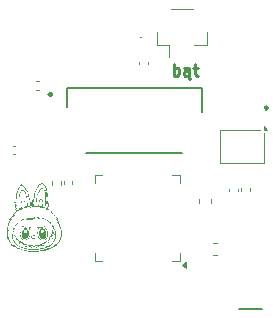
<source format=gbr>
%TF.GenerationSoftware,KiCad,Pcbnew,9.0.6-rc1*%
%TF.CreationDate,2025-12-21T23:59:12+01:00*%
%TF.ProjectId,PCB_PAPI,5043425f-5041-4504-992e-6b696361645f,rev?*%
%TF.SameCoordinates,Original*%
%TF.FileFunction,Legend,Top*%
%TF.FilePolarity,Positive*%
%FSLAX46Y46*%
G04 Gerber Fmt 4.6, Leading zero omitted, Abs format (unit mm)*
G04 Created by KiCad (PCBNEW 9.0.6-rc1) date 2025-12-21 23:59:12*
%MOMM*%
%LPD*%
G01*
G04 APERTURE LIST*
%ADD10C,0.250000*%
%ADD11C,0.120000*%
%ADD12C,0.100000*%
%ADD13C,0.200000*%
%ADD14C,0.000000*%
G04 APERTURE END LIST*
D10*
X170202568Y-68414619D02*
X170202568Y-67414619D01*
X170202568Y-67795571D02*
X170297806Y-67747952D01*
X170297806Y-67747952D02*
X170488282Y-67747952D01*
X170488282Y-67747952D02*
X170583520Y-67795571D01*
X170583520Y-67795571D02*
X170631139Y-67843190D01*
X170631139Y-67843190D02*
X170678758Y-67938428D01*
X170678758Y-67938428D02*
X170678758Y-68224142D01*
X170678758Y-68224142D02*
X170631139Y-68319380D01*
X170631139Y-68319380D02*
X170583520Y-68367000D01*
X170583520Y-68367000D02*
X170488282Y-68414619D01*
X170488282Y-68414619D02*
X170297806Y-68414619D01*
X170297806Y-68414619D02*
X170202568Y-68367000D01*
X171535901Y-68414619D02*
X171535901Y-67890809D01*
X171535901Y-67890809D02*
X171488282Y-67795571D01*
X171488282Y-67795571D02*
X171393044Y-67747952D01*
X171393044Y-67747952D02*
X171202568Y-67747952D01*
X171202568Y-67747952D02*
X171107330Y-67795571D01*
X171535901Y-68367000D02*
X171440663Y-68414619D01*
X171440663Y-68414619D02*
X171202568Y-68414619D01*
X171202568Y-68414619D02*
X171107330Y-68367000D01*
X171107330Y-68367000D02*
X171059711Y-68271761D01*
X171059711Y-68271761D02*
X171059711Y-68176523D01*
X171059711Y-68176523D02*
X171107330Y-68081285D01*
X171107330Y-68081285D02*
X171202568Y-68033666D01*
X171202568Y-68033666D02*
X171440663Y-68033666D01*
X171440663Y-68033666D02*
X171535901Y-67986047D01*
X171869235Y-67747952D02*
X172250187Y-67747952D01*
X172012092Y-67414619D02*
X172012092Y-68271761D01*
X172012092Y-68271761D02*
X172059711Y-68367000D01*
X172059711Y-68367000D02*
X172154949Y-68414619D01*
X172154949Y-68414619D02*
X172250187Y-68414619D01*
D11*
%TO.C,U5*%
X163510000Y-76870000D02*
X164160000Y-76870000D01*
X163510000Y-77520000D02*
X163510000Y-76870000D01*
X163510000Y-84090000D02*
X163510000Y-83440000D01*
X164160000Y-84090000D02*
X163510000Y-84090000D01*
X170080000Y-76870000D02*
X170730000Y-76870000D01*
X170730000Y-76870000D02*
X170730000Y-77520000D01*
X170730000Y-83440000D02*
X170730000Y-84090000D01*
X170730000Y-84090000D02*
X170080000Y-84090000D01*
X171230000Y-84720000D02*
X170900000Y-84480000D01*
X171230000Y-84240000D01*
X171230000Y-84720000D01*
G36*
X171230000Y-84720000D02*
G01*
X170900000Y-84480000D01*
X171230000Y-84240000D01*
X171230000Y-84720000D01*
G37*
%TO.C,C24*%
X156572164Y-74340000D02*
X156787836Y-74340000D01*
X156572164Y-75060000D02*
X156787836Y-75060000D01*
%TO.C,C32*%
X160890000Y-77565835D02*
X160890000Y-77334165D01*
X161610000Y-77565835D02*
X161610000Y-77334165D01*
%TO.C,L5*%
X173567221Y-82610000D02*
X173892779Y-82610000D01*
X173567221Y-83630000D02*
X173892779Y-83630000D01*
D10*
%TO.C,IC6*%
X178175000Y-71150000D02*
G75*
G02*
X177925000Y-71150000I-125000J0D01*
G01*
X177925000Y-71150000D02*
G75*
G02*
X178175000Y-71150000I125000J0D01*
G01*
D11*
%TO.C,C47*%
X175940000Y-78190835D02*
X175940000Y-77959165D01*
X176660000Y-78190835D02*
X176660000Y-77959165D01*
%TO.C,R41*%
X159920000Y-77642621D02*
X159920000Y-77307379D01*
X160680000Y-77642621D02*
X160680000Y-77307379D01*
D12*
%TO.C,LEDRED1*%
X167500000Y-65222500D02*
G75*
G02*
X167400000Y-65222500I-50000J0D01*
G01*
X167400000Y-65222500D02*
G75*
G02*
X167500000Y-65222500I50000J0D01*
G01*
D11*
%TO.C,C28*%
X167290000Y-67465835D02*
X167290000Y-67234165D01*
X168010000Y-67465835D02*
X168010000Y-67234165D01*
%TO.C,C60*%
X174915000Y-78215835D02*
X174915000Y-77984165D01*
X175635000Y-78215835D02*
X175635000Y-77984165D01*
D13*
%TO.C,J4*%
X161200000Y-69442000D02*
X161200000Y-71041000D01*
X161200000Y-69442000D02*
X172600000Y-69442000D01*
X162800000Y-74942000D02*
X170878000Y-74942000D01*
X171475000Y-68700000D02*
X171475000Y-68700000D01*
X171675000Y-68700000D02*
X171675000Y-68700000D01*
X172600000Y-69442000D02*
X172600000Y-71540000D01*
X171475000Y-68700000D02*
G75*
G02*
X171675000Y-68700000I100000J0D01*
G01*
X171675000Y-68700000D02*
G75*
G02*
X171475000Y-68700000I-100000J0D01*
G01*
D11*
%TO.C,L4*%
X172340000Y-78887221D02*
X172340000Y-79212779D01*
X173360000Y-78887221D02*
X173360000Y-79212779D01*
%TO.C,U1*%
X168765000Y-64710000D02*
X168765000Y-65860000D01*
X168765000Y-65860000D02*
X169815000Y-65860000D01*
X169815000Y-65860000D02*
X169815000Y-66850000D01*
X169935000Y-62740000D02*
X171815000Y-62740000D01*
X172985000Y-64710000D02*
X172985000Y-65860000D01*
X172985000Y-65860000D02*
X171935000Y-65860000D01*
%TO.C,C22*%
X158542164Y-68890000D02*
X158757836Y-68890000D01*
X158542164Y-69610000D02*
X158757836Y-69610000D01*
%TO.C,MK2*%
X174150000Y-73000000D02*
X177550000Y-73000000D01*
X174150000Y-75850000D02*
X174150000Y-73000000D01*
X177850000Y-73300000D02*
X177850000Y-75850000D01*
X177850000Y-75850000D02*
X174150000Y-75850000D01*
X178130000Y-73000000D02*
X177850000Y-73000000D01*
X177850000Y-72720000D01*
X178130000Y-73000000D01*
G36*
X178130000Y-73000000D02*
G01*
X177850000Y-73000000D01*
X177850000Y-72720000D01*
X178130000Y-73000000D01*
G37*
D13*
%TO.C,J2*%
X177700000Y-88200000D02*
X175700000Y-88200000D01*
D10*
%TO.C,IC3*%
X159875000Y-70025000D02*
G75*
G02*
X159625000Y-70025000I-125000J0D01*
G01*
X159625000Y-70025000D02*
G75*
G02*
X159875000Y-70025000I125000J0D01*
G01*
D14*
%TO.C,G\u002A\u002A\u002A*%
G36*
X159051945Y-77523846D02*
G01*
X159122099Y-77546624D01*
X159193657Y-77592025D01*
X159265020Y-77658702D01*
X159334590Y-77745308D01*
X159360681Y-77783870D01*
X159391582Y-77834224D01*
X159417655Y-77883471D01*
X159440034Y-77935280D01*
X159459854Y-77993322D01*
X159478249Y-78061267D01*
X159496356Y-78142786D01*
X159515309Y-78241548D01*
X159532600Y-78339859D01*
X159548615Y-78433869D01*
X159560990Y-78509245D01*
X159570173Y-78571159D01*
X159576615Y-78624785D01*
X159580764Y-78675295D01*
X159583071Y-78727863D01*
X159583984Y-78787661D01*
X159583954Y-78859863D01*
X159583575Y-78926490D01*
X159581820Y-79205133D01*
X159616789Y-79218332D01*
X159640590Y-79232706D01*
X159650834Y-79255369D01*
X159647984Y-79290433D01*
X159632503Y-79342011D01*
X159631126Y-79345879D01*
X159619373Y-79383599D01*
X159617575Y-79407990D01*
X159625175Y-79427470D01*
X159625686Y-79428296D01*
X159634102Y-79449057D01*
X159632069Y-79474362D01*
X159623060Y-79503256D01*
X159609906Y-79543358D01*
X159599587Y-79580100D01*
X159597896Y-79587387D01*
X159584827Y-79617878D01*
X159561503Y-79651178D01*
X159555025Y-79658376D01*
X159534514Y-79683389D01*
X159525273Y-79701978D01*
X159525689Y-79705884D01*
X159540369Y-79714983D01*
X159569714Y-79725674D01*
X159582820Y-79729382D01*
X159637834Y-79747825D01*
X159701337Y-79775356D01*
X159766066Y-79808199D01*
X159824757Y-79842580D01*
X159870148Y-79874725D01*
X159881246Y-79884461D01*
X159908925Y-79912233D01*
X159921546Y-79931369D01*
X159922277Y-79949084D01*
X159916938Y-79965760D01*
X159909945Y-79992052D01*
X159917612Y-80008442D01*
X159931204Y-80018673D01*
X160017015Y-80082065D01*
X160103166Y-80157940D01*
X160185416Y-80241637D01*
X160259523Y-80328493D01*
X160321245Y-80413844D01*
X160366340Y-80493029D01*
X160370061Y-80501071D01*
X160383879Y-80537286D01*
X160385930Y-80564364D01*
X160379083Y-80589150D01*
X160373076Y-80608558D01*
X160373972Y-80625034D01*
X160384426Y-80644101D01*
X160407096Y-80671282D01*
X160431261Y-80697670D01*
X160465587Y-80736776D01*
X160495343Y-80774274D01*
X160514785Y-80802869D01*
X160516421Y-80805869D01*
X160526718Y-80837509D01*
X160528089Y-80869154D01*
X160521163Y-80892728D01*
X160509065Y-80900392D01*
X160497317Y-80908193D01*
X160501685Y-80929372D01*
X160520847Y-80960587D01*
X160543815Y-80988227D01*
X160582100Y-81032985D01*
X160603992Y-81066861D01*
X160611657Y-81094433D01*
X160607262Y-81120281D01*
X160606834Y-81121429D01*
X160602990Y-81145633D01*
X160608327Y-81179346D01*
X160623805Y-81228246D01*
X160625857Y-81233941D01*
X160672507Y-81385356D01*
X160704755Y-81540586D01*
X160722313Y-81695239D01*
X160724897Y-81844921D01*
X160712218Y-81985241D01*
X160683992Y-82111806D01*
X160683248Y-82114229D01*
X160623796Y-82270173D01*
X160546999Y-82409342D01*
X160455538Y-82528780D01*
X160407315Y-82586462D01*
X160369964Y-82638757D01*
X160346916Y-82680793D01*
X160344948Y-82685794D01*
X160323565Y-82743686D01*
X160308247Y-82782461D01*
X160296663Y-82805653D01*
X160286481Y-82816795D01*
X160275370Y-82819420D01*
X160260998Y-82817061D01*
X160258664Y-82816550D01*
X160223973Y-82808348D01*
X160200581Y-82802156D01*
X160178067Y-82803692D01*
X160147032Y-82820759D01*
X160116035Y-82844780D01*
X160048669Y-82895521D01*
X159970028Y-82945999D01*
X159886074Y-82993083D01*
X159802766Y-83033641D01*
X159726064Y-83064541D01*
X159664246Y-83082198D01*
X159635817Y-83094006D01*
X159627603Y-83109485D01*
X159620961Y-83133812D01*
X159607676Y-83157894D01*
X159595654Y-83172456D01*
X159581033Y-83180319D01*
X159557444Y-83182760D01*
X159518517Y-83181054D01*
X159499179Y-83179645D01*
X159453544Y-83176609D01*
X159425931Y-83177061D01*
X159410289Y-83182488D01*
X159400567Y-83194376D01*
X159395065Y-83205214D01*
X159383787Y-83223864D01*
X159368311Y-83233214D01*
X159341153Y-83236056D01*
X159313333Y-83235727D01*
X159260986Y-83232918D01*
X159206271Y-83227882D01*
X159186708Y-83225418D01*
X159150026Y-83222696D01*
X159110817Y-83225892D01*
X159061911Y-83235995D01*
X159011577Y-83249545D01*
X158878219Y-83285521D01*
X158752723Y-83315410D01*
X158640050Y-83338110D01*
X158552979Y-83351571D01*
X158474473Y-83358452D01*
X158382121Y-83361991D01*
X158283723Y-83362273D01*
X158187078Y-83359384D01*
X158099987Y-83353409D01*
X158039348Y-83345974D01*
X157981859Y-83335374D01*
X157913304Y-83320756D01*
X157845836Y-83304760D01*
X157825991Y-83299657D01*
X157771902Y-83285772D01*
X157734220Y-83277858D01*
X157706060Y-83275477D01*
X157680539Y-83278189D01*
X157650774Y-83285553D01*
X157642386Y-83287921D01*
X157593996Y-83299382D01*
X157563018Y-83299574D01*
X157544880Y-83287232D01*
X157535008Y-83261095D01*
X157534385Y-83258103D01*
X157528246Y-83237334D01*
X157516061Y-83225378D01*
X157491291Y-83218345D01*
X157460097Y-83213910D01*
X157327794Y-83187002D01*
X157187272Y-83138585D01*
X157040043Y-83069257D01*
X156920122Y-83000182D01*
X156864768Y-82966016D01*
X156825566Y-82942966D01*
X156798166Y-82929374D01*
X156778221Y-82923578D01*
X156761382Y-82923920D01*
X156743299Y-82928737D01*
X156737748Y-82930555D01*
X156699483Y-82937326D01*
X156661118Y-82930386D01*
X156618742Y-82907984D01*
X156568447Y-82868369D01*
X156539177Y-82841626D01*
X156460393Y-82756991D01*
X156388974Y-82657973D01*
X156323137Y-82541656D01*
X156261096Y-82405126D01*
X156240641Y-82353817D01*
X156215141Y-82293703D01*
X156193634Y-82256008D01*
X156175393Y-82239459D01*
X156175245Y-82239404D01*
X156150060Y-82223376D01*
X156129600Y-82193783D01*
X156112174Y-82147158D01*
X156096086Y-82080037D01*
X156095208Y-82075690D01*
X156080575Y-81974894D01*
X156079414Y-81878331D01*
X156091783Y-81775256D01*
X156097039Y-81746997D01*
X156114661Y-81657558D01*
X156083590Y-81628748D01*
X156067214Y-81611723D01*
X156057543Y-81594001D01*
X156053986Y-81570187D01*
X156055301Y-81546564D01*
X156122174Y-81546564D01*
X156165057Y-81505713D01*
X156200667Y-81477894D01*
X156226098Y-81471978D01*
X156228224Y-81472645D01*
X156237297Y-81476632D01*
X156242214Y-81482837D01*
X156242242Y-81495176D01*
X156236647Y-81517568D01*
X156224695Y-81553931D01*
X156205653Y-81608182D01*
X156199673Y-81625071D01*
X156164496Y-81745937D01*
X156146578Y-81859586D01*
X156146426Y-81962327D01*
X156149630Y-81988599D01*
X156158776Y-82046660D01*
X156165975Y-82084627D01*
X156172673Y-82106323D01*
X156180312Y-82115572D01*
X156190337Y-82116197D01*
X156197122Y-82114335D01*
X156209524Y-82112118D01*
X156220249Y-82116308D01*
X156230967Y-82130028D01*
X156243347Y-82156403D01*
X156259059Y-82198557D01*
X156279772Y-82259615D01*
X156287937Y-82284286D01*
X156343268Y-82431108D01*
X156406690Y-82559227D01*
X156469224Y-82657738D01*
X156499781Y-82697387D01*
X156536078Y-82739265D01*
X156573939Y-82779167D01*
X156609186Y-82812886D01*
X156637640Y-82836215D01*
X156655124Y-82844947D01*
X156655142Y-82844947D01*
X156661445Y-82834453D01*
X156660876Y-82807790D01*
X156660153Y-82802888D01*
X156659240Y-82767740D01*
X156671235Y-82752924D01*
X156696177Y-82758439D01*
X156734105Y-82784287D01*
X156755927Y-82803007D01*
X156801139Y-82841320D01*
X156851904Y-82880888D01*
X156885900Y-82905297D01*
X156940782Y-82939665D01*
X157007840Y-82977160D01*
X157082275Y-83015543D01*
X157159285Y-83052576D01*
X157234072Y-83086019D01*
X157301835Y-83113635D01*
X157357774Y-83133183D01*
X157393176Y-83141899D01*
X157420506Y-83145396D01*
X157462563Y-83150030D01*
X157507916Y-83154571D01*
X157558173Y-83160871D01*
X157588882Y-83169934D01*
X157604650Y-83184576D01*
X157610085Y-83207615D01*
X157610394Y-83217208D01*
X157612464Y-83236224D01*
X157621439Y-83234002D01*
X157628104Y-83227722D01*
X157663694Y-83207645D01*
X157712048Y-83201195D01*
X157765545Y-83209038D01*
X157781550Y-83214312D01*
X157827944Y-83230389D01*
X157876197Y-83245097D01*
X157885353Y-83247587D01*
X157916416Y-83257820D01*
X157934663Y-83267817D01*
X157936685Y-83271135D01*
X157943915Y-83276354D01*
X157946511Y-83275107D01*
X157963213Y-83273585D01*
X157994875Y-83276453D01*
X158015959Y-83279769D01*
X158045790Y-83282783D01*
X158095214Y-83285094D01*
X158159676Y-83286607D01*
X158234619Y-83287227D01*
X158315489Y-83286861D01*
X158341297Y-83286529D01*
X158442363Y-83284490D01*
X158524319Y-83281483D01*
X158592207Y-83277128D01*
X158651064Y-83271048D01*
X158705931Y-83262864D01*
X158739871Y-83256624D01*
X158799567Y-83244850D01*
X158842927Y-83235382D01*
X158877309Y-83225830D01*
X158910072Y-83213803D01*
X158948575Y-83196912D01*
X159000175Y-83172766D01*
X159004898Y-83170539D01*
X159088756Y-83131010D01*
X159163895Y-83151031D01*
X159207780Y-83161625D01*
X159245738Y-83168883D01*
X159266098Y-83171053D01*
X159284741Y-83169091D01*
X159282496Y-83159093D01*
X159275011Y-83149916D01*
X159252958Y-83120712D01*
X159247631Y-83100871D01*
X159257465Y-83083975D01*
X159258642Y-83082776D01*
X159270213Y-83074620D01*
X159286619Y-83072483D01*
X159313417Y-83076834D01*
X159356166Y-83088145D01*
X159370474Y-83092253D01*
X159419211Y-83104783D01*
X159457947Y-83111800D01*
X159483476Y-83113187D01*
X159492588Y-83108827D01*
X159482076Y-83098603D01*
X159477950Y-83096185D01*
X159461531Y-83076011D01*
X159458511Y-83061751D01*
X159463120Y-83045884D01*
X159481130Y-83039147D01*
X159503803Y-83038110D01*
X159559188Y-83032870D01*
X159628373Y-83018737D01*
X159703662Y-82997840D01*
X159777358Y-82972305D01*
X159839730Y-82945271D01*
X159886700Y-82919095D01*
X159944304Y-82882615D01*
X160004646Y-82841021D01*
X160051218Y-82806280D01*
X160108634Y-82762714D01*
X160151195Y-82733766D01*
X160182097Y-82717998D01*
X160204536Y-82713974D01*
X160221706Y-82720257D01*
X160228885Y-82726382D01*
X160237440Y-82734281D01*
X160244547Y-82735286D01*
X160252935Y-82725921D01*
X160265331Y-82702708D01*
X160284462Y-82662172D01*
X160292008Y-82645930D01*
X160340185Y-82563436D01*
X160405456Y-82483530D01*
X160406076Y-82482877D01*
X160454353Y-82429535D01*
X160493529Y-82379129D01*
X160526049Y-82326858D01*
X160554356Y-82267923D01*
X160580893Y-82197521D01*
X160608103Y-82110852D01*
X160624429Y-82053839D01*
X160634711Y-82008245D01*
X160644723Y-81948831D01*
X160652812Y-81885892D01*
X160655100Y-81862500D01*
X160658938Y-81685307D01*
X160639038Y-81512220D01*
X160595309Y-81342742D01*
X160527832Y-81176736D01*
X160511941Y-81138044D01*
X160504254Y-81107072D01*
X160504996Y-81093908D01*
X160514033Y-81063610D01*
X160506809Y-81043331D01*
X160502879Y-81039289D01*
X160476244Y-81012219D01*
X160444348Y-80976218D01*
X160411087Y-80936182D01*
X160380360Y-80897004D01*
X160356064Y-80863581D01*
X160342097Y-80840807D01*
X160340204Y-80834987D01*
X160349570Y-80813831D01*
X160373394Y-80806623D01*
X160405263Y-80815147D01*
X160407429Y-80816272D01*
X160434572Y-80827973D01*
X160443631Y-80824581D01*
X160434940Y-80806626D01*
X160408837Y-80774643D01*
X160365656Y-80729164D01*
X160330834Y-80694790D01*
X160286455Y-80650540D01*
X160249151Y-80610972D01*
X160222077Y-80579618D01*
X160208390Y-80560008D01*
X160207346Y-80556589D01*
X160213699Y-80542413D01*
X160235328Y-80536052D01*
X160276088Y-80536508D01*
X160282833Y-80537004D01*
X160306864Y-80535468D01*
X160316048Y-80528641D01*
X160309513Y-80514394D01*
X160292071Y-80485774D01*
X160266963Y-80447984D01*
X160255658Y-80431693D01*
X160228442Y-80391879D01*
X160207596Y-80359367D01*
X160196352Y-80339286D01*
X160195268Y-80335892D01*
X160187194Y-80323835D01*
X160165367Y-80298924D01*
X160133381Y-80265117D01*
X160104683Y-80236103D01*
X160067798Y-80200252D01*
X160038151Y-80172934D01*
X160019210Y-80157249D01*
X160014098Y-80155157D01*
X160005521Y-80155282D01*
X159983974Y-80144434D01*
X159955735Y-80126235D01*
X159929557Y-80106374D01*
X159911037Y-80093204D01*
X159878152Y-80071700D01*
X159837236Y-80045981D01*
X159826889Y-80039617D01*
X159776195Y-80004966D01*
X159747386Y-79976740D01*
X159743485Y-79964348D01*
X159820850Y-79964348D01*
X159826889Y-79970387D01*
X159832928Y-79964348D01*
X159826889Y-79958309D01*
X159820850Y-79964348D01*
X159743485Y-79964348D01*
X159740679Y-79955435D01*
X159756292Y-79941547D01*
X159781597Y-79936407D01*
X159808333Y-79930781D01*
X159820742Y-79922161D01*
X159820850Y-79921310D01*
X159812500Y-79910209D01*
X159810509Y-79909997D01*
X159795997Y-79903178D01*
X159769134Y-79885534D01*
X159744080Y-79867171D01*
X159714308Y-79845424D01*
X159693970Y-79832455D01*
X159687993Y-79830767D01*
X159677799Y-79830500D01*
X159651447Y-79823141D01*
X159624583Y-79813869D01*
X159579367Y-79799128D01*
X159523018Y-79783341D01*
X159470589Y-79770587D01*
X159401759Y-79753986D01*
X159355733Y-79739099D01*
X159331307Y-79724991D01*
X159327273Y-79710726D01*
X159342427Y-79695368D01*
X159360450Y-79685127D01*
X159374357Y-79676684D01*
X159372776Y-79670240D01*
X159352631Y-79663001D01*
X159329301Y-79656845D01*
X159246444Y-79637195D01*
X159164039Y-79620272D01*
X159087901Y-79607089D01*
X159023844Y-79598663D01*
X158980827Y-79595986D01*
X158937287Y-79590246D01*
X158910856Y-79575298D01*
X158903439Y-79554498D01*
X158914405Y-79535580D01*
X159029742Y-79535580D01*
X159032345Y-79546030D01*
X159040395Y-79547658D01*
X159061263Y-79540571D01*
X159065976Y-79535580D01*
X159063374Y-79525130D01*
X159055324Y-79523502D01*
X159034456Y-79530588D01*
X159029742Y-79535580D01*
X158914405Y-79535580D01*
X158916942Y-79531203D01*
X158936138Y-79517274D01*
X158952657Y-79507166D01*
X158955387Y-79501914D01*
X158941238Y-79500566D01*
X158907119Y-79502163D01*
X158890610Y-79503196D01*
X158805779Y-79517578D01*
X158747111Y-79541010D01*
X158710235Y-79558753D01*
X158687893Y-79565775D01*
X158673556Y-79563184D01*
X158663678Y-79555148D01*
X158651796Y-79537115D01*
X158655158Y-79514937D01*
X158659694Y-79504227D01*
X158668333Y-79482582D01*
X158663305Y-79475664D01*
X158639942Y-79478874D01*
X158634961Y-79479866D01*
X158599060Y-79492155D01*
X158560095Y-79512585D01*
X158552313Y-79517705D01*
X158515998Y-79536852D01*
X158479624Y-79547111D01*
X158471738Y-79547658D01*
X158449268Y-79544450D01*
X158426923Y-79532755D01*
X158401065Y-79509462D01*
X158368060Y-79471462D01*
X158337485Y-79432802D01*
X158309517Y-79396683D01*
X158317210Y-79432917D01*
X158328674Y-79490195D01*
X158332348Y-79526450D01*
X158325875Y-79544195D01*
X158306897Y-79545945D01*
X158273054Y-79534212D01*
X158237075Y-79518337D01*
X158188613Y-79499800D01*
X158137269Y-79485175D01*
X158113115Y-79480473D01*
X158077913Y-79476846D01*
X158062886Y-79481009D01*
X158067161Y-79495766D01*
X158089860Y-79523917D01*
X158097024Y-79531946D01*
X158114639Y-79561888D01*
X158112652Y-79585314D01*
X158095401Y-79598902D01*
X158067229Y-79599332D01*
X158032474Y-79583285D01*
X158031138Y-79582346D01*
X158001251Y-79563522D01*
X157976980Y-79552317D01*
X157973339Y-79551433D01*
X157953406Y-79547157D01*
X157917082Y-79538453D01*
X157871346Y-79527004D01*
X157859265Y-79523912D01*
X157790958Y-79508043D01*
X157741347Y-79500819D01*
X157706688Y-79501942D01*
X157684777Y-79510099D01*
X157675671Y-79520309D01*
X157685864Y-79529463D01*
X157717650Y-79539545D01*
X157719281Y-79539965D01*
X157747820Y-79554504D01*
X157770749Y-79578123D01*
X157782399Y-79603425D01*
X157780135Y-79619374D01*
X157770176Y-79627009D01*
X157749873Y-79628891D01*
X157714059Y-79625090D01*
X157686078Y-79620637D01*
X157635030Y-79614053D01*
X157587678Y-79613410D01*
X157537261Y-79619464D01*
X157477020Y-79632973D01*
X157411293Y-79651398D01*
X157352336Y-79671518D01*
X157310146Y-79691666D01*
X157287546Y-79710338D01*
X157284474Y-79718851D01*
X157291758Y-79725149D01*
X157295183Y-79723634D01*
X157310494Y-79726111D01*
X157321243Y-79735511D01*
X157329571Y-79755816D01*
X157315645Y-79770694D01*
X157278819Y-79780644D01*
X157259558Y-79783145D01*
X157201624Y-79794343D01*
X157132719Y-79815248D01*
X157062218Y-79842547D01*
X156999495Y-79872926D01*
X156989601Y-79878555D01*
X156958669Y-79900316D01*
X156916620Y-79934852D01*
X156868971Y-79977422D01*
X156821237Y-80023282D01*
X156821089Y-80023430D01*
X156754686Y-80091377D01*
X156706634Y-80144094D01*
X156676739Y-80181828D01*
X156664804Y-80204826D01*
X156670634Y-80213335D01*
X156670694Y-80213340D01*
X156694620Y-80216688D01*
X156698692Y-80217539D01*
X156721812Y-80221650D01*
X156725867Y-80222185D01*
X156742008Y-80231108D01*
X156739447Y-80249364D01*
X156720123Y-80273744D01*
X156685978Y-80301035D01*
X156673267Y-80309229D01*
X156596502Y-80359091D01*
X156526605Y-80409584D01*
X156468512Y-80456935D01*
X156427228Y-80497293D01*
X156405796Y-80523219D01*
X156393896Y-80540628D01*
X156392978Y-80544347D01*
X156406275Y-80548067D01*
X156433986Y-80552287D01*
X156439015Y-80552878D01*
X156472139Y-80562299D01*
X156484054Y-80581117D01*
X156474740Y-80609967D01*
X156444174Y-80649488D01*
X156435409Y-80658832D01*
X156379610Y-80726859D01*
X156326212Y-80810217D01*
X156280565Y-80900261D01*
X156269055Y-80927604D01*
X156241292Y-80997089D01*
X156267685Y-81021679D01*
X156286318Y-81040778D01*
X156291933Y-81056619D01*
X156284229Y-81077009D01*
X156264369Y-81107598D01*
X156212685Y-81198665D01*
X156170161Y-81303152D01*
X156140496Y-81410951D01*
X156130286Y-81474096D01*
X156122174Y-81546564D01*
X156055301Y-81546564D01*
X156055951Y-81534883D01*
X156062847Y-81482694D01*
X156065579Y-81464332D01*
X156089879Y-81341494D01*
X156125233Y-81229806D01*
X156150073Y-81170073D01*
X156168429Y-81125931D01*
X156176472Y-81095580D01*
X156175648Y-81071711D01*
X156172033Y-81058965D01*
X156167338Y-81036968D01*
X156169456Y-81011093D01*
X156179556Y-80975151D01*
X156196677Y-80928454D01*
X156236040Y-80838710D01*
X156280274Y-80759013D01*
X156325857Y-80695509D01*
X156337621Y-80682276D01*
X156366645Y-80651369D01*
X156330362Y-80624544D01*
X156306556Y-80603071D01*
X156294460Y-80584584D01*
X156294079Y-80582034D01*
X156303440Y-80552816D01*
X156329379Y-80513224D01*
X156368675Y-80466727D01*
X156418110Y-80416796D01*
X156474465Y-80366901D01*
X156534521Y-80320510D01*
X156540894Y-80315995D01*
X156560135Y-80288516D01*
X156566820Y-80249580D01*
X156571083Y-80220356D01*
X156582819Y-80191641D01*
X156605280Y-80157291D01*
X156637129Y-80116756D01*
X156691131Y-80054370D01*
X156747732Y-79995207D01*
X156801447Y-79944712D01*
X156846791Y-79908332D01*
X156847747Y-79907666D01*
X156867551Y-79888272D01*
X156868970Y-79867675D01*
X156850883Y-79842725D01*
X156813432Y-79811226D01*
X156776660Y-79775523D01*
X156756733Y-79739644D01*
X156753412Y-79707591D01*
X156766458Y-79683368D01*
X156795631Y-79670977D01*
X156821819Y-79671004D01*
X156848729Y-79672901D01*
X156861566Y-79671359D01*
X156861744Y-79670931D01*
X156854215Y-79660429D01*
X156834184Y-79636644D01*
X156805486Y-79604086D01*
X156795315Y-79592791D01*
X156754846Y-79543412D01*
X156733603Y-79505021D01*
X156730697Y-79475234D01*
X156743380Y-79453449D01*
X156766634Y-79441634D01*
X156784940Y-79438956D01*
X156809279Y-79435336D01*
X156816881Y-79422449D01*
X156807894Y-79397257D01*
X156788518Y-79365685D01*
X156765522Y-79324789D01*
X156742120Y-79273098D01*
X156726659Y-79231390D01*
X156718784Y-79202106D01*
X156780541Y-79202106D01*
X156782814Y-79215323D01*
X156795856Y-79243527D01*
X156816747Y-79281804D01*
X156842562Y-79325240D01*
X156870380Y-79368920D01*
X156897279Y-79407932D01*
X156920335Y-79437360D01*
X156920707Y-79437784D01*
X156942494Y-79467276D01*
X156944496Y-79486096D01*
X156925450Y-79496147D01*
X156884095Y-79499331D01*
X156879861Y-79499346D01*
X156843477Y-79500885D01*
X156819349Y-79504854D01*
X156813432Y-79508704D01*
X156822143Y-79522626D01*
X156844932Y-79546756D01*
X156876784Y-79576503D01*
X156912684Y-79607278D01*
X156947616Y-79634491D01*
X156961579Y-79644281D01*
X156996707Y-79673594D01*
X157015119Y-79701729D01*
X157014516Y-79724720D01*
X157010899Y-79729428D01*
X156994431Y-79735029D01*
X156960949Y-79739982D01*
X156917592Y-79743244D01*
X156916095Y-79743310D01*
X156831549Y-79746944D01*
X156885900Y-79785659D01*
X156924846Y-79811282D01*
X156953936Y-79822057D01*
X156981770Y-79818723D01*
X157016945Y-79802022D01*
X157024797Y-79797609D01*
X157051582Y-79781420D01*
X157065863Y-79766534D01*
X157071342Y-79745062D01*
X157071723Y-79709113D01*
X157071484Y-79698164D01*
X157068234Y-79524856D01*
X157066541Y-79363951D01*
X157066463Y-79300222D01*
X157105327Y-79300222D01*
X157106831Y-79385156D01*
X157108059Y-79429839D01*
X157111940Y-79536244D01*
X157116589Y-79619836D01*
X157122156Y-79681950D01*
X157128792Y-79723921D01*
X157136644Y-79747084D01*
X157144290Y-79752983D01*
X157158781Y-79749215D01*
X157168745Y-79745652D01*
X157183485Y-79729203D01*
X157187850Y-79708802D01*
X157194707Y-79684631D01*
X157218855Y-79666655D01*
X157229085Y-79662054D01*
X157270320Y-79644825D01*
X157263553Y-79411380D01*
X157262188Y-79360449D01*
X157314669Y-79360449D01*
X157315112Y-79431652D01*
X157316341Y-79495353D01*
X157318208Y-79547257D01*
X157320562Y-79583073D01*
X157322917Y-79597865D01*
X157340131Y-79610438D01*
X157373537Y-79613889D01*
X157417204Y-79608795D01*
X157465200Y-79595731D01*
X157501566Y-79580508D01*
X157533277Y-79562665D01*
X157552789Y-79543258D01*
X157566509Y-79514011D01*
X157575637Y-79484845D01*
X157585630Y-79447548D01*
X157591170Y-79420850D01*
X157591360Y-79411684D01*
X157589144Y-79398607D01*
X157586455Y-79366487D01*
X157583659Y-79320422D01*
X157581520Y-79275210D01*
X157578740Y-79219633D01*
X157575515Y-79171994D01*
X157572290Y-79138110D01*
X157570046Y-79124928D01*
X157562600Y-79101480D01*
X157552323Y-79068319D01*
X157551136Y-79064447D01*
X157529990Y-79017395D01*
X157501052Y-78982084D01*
X157468795Y-78962796D01*
X157443872Y-78961713D01*
X157419461Y-78971167D01*
X157398574Y-78988781D01*
X157377381Y-79019108D01*
X157352052Y-79066699D01*
X157347166Y-79076616D01*
X157335573Y-79101217D01*
X157327127Y-79123416D01*
X157321328Y-79147556D01*
X157317681Y-79177982D01*
X157315686Y-79219035D01*
X157314848Y-79275060D01*
X157314670Y-79350400D01*
X157314669Y-79360449D01*
X157262188Y-79360449D01*
X157261356Y-79329380D01*
X157260363Y-79267134D01*
X157260850Y-79220255D01*
X157263094Y-79184359D01*
X157267374Y-79155059D01*
X157273967Y-79127972D01*
X157283150Y-79098710D01*
X157283381Y-79098016D01*
X157317165Y-79022091D01*
X157358642Y-78962811D01*
X157389084Y-78930851D01*
X157413228Y-78914084D01*
X157438734Y-78907990D01*
X157452332Y-78907524D01*
X157498508Y-78918389D01*
X157539138Y-78951463D01*
X157575013Y-79007470D01*
X157584728Y-79028304D01*
X157603325Y-79084283D01*
X157618559Y-79155765D01*
X157629091Y-79234184D01*
X157633581Y-79310970D01*
X157633382Y-79339416D01*
X157634137Y-79391585D01*
X157642801Y-79424236D01*
X157663269Y-79441671D01*
X157699436Y-79448191D01*
X157732261Y-79448628D01*
X157772079Y-79447556D01*
X157793586Y-79443724D01*
X157802627Y-79434048D01*
X157805043Y-79415440D01*
X157805257Y-79410070D01*
X157805788Y-79380595D01*
X157805058Y-79362871D01*
X157803253Y-79347920D01*
X157799432Y-79313621D01*
X157794109Y-79264652D01*
X157787794Y-79205688D01*
X157785888Y-79187740D01*
X157764217Y-79000973D01*
X157740960Y-78835750D01*
X157715653Y-78689483D01*
X157687836Y-78559586D01*
X157657045Y-78443472D01*
X157647077Y-78410675D01*
X157610275Y-78311906D01*
X157568398Y-78233033D01*
X157522283Y-78175024D01*
X157472765Y-78138845D01*
X157420680Y-78125461D01*
X157401297Y-78126431D01*
X157365305Y-78134844D01*
X157335906Y-78152032D01*
X157309399Y-78181845D01*
X157282086Y-78228133D01*
X157260026Y-78273430D01*
X157239007Y-78324988D01*
X157215960Y-78391788D01*
X157192696Y-78467370D01*
X157171025Y-78545273D01*
X157152759Y-78619038D01*
X157139707Y-78682203D01*
X157134050Y-78722930D01*
X157123887Y-78851199D01*
X157116110Y-78960248D01*
X157110542Y-79054876D01*
X157107006Y-79139881D01*
X157105327Y-79220064D01*
X157105327Y-79300222D01*
X157066463Y-79300222D01*
X157066365Y-79220064D01*
X157066361Y-79216754D01*
X157067655Y-79084573D01*
X157070381Y-78968713D01*
X157074496Y-78870481D01*
X157079961Y-78791182D01*
X157086732Y-78732124D01*
X157094770Y-78694613D01*
X157103789Y-78680031D01*
X157110241Y-78668557D01*
X157108705Y-78664933D01*
X157108670Y-78649287D01*
X157113955Y-78615730D01*
X157123585Y-78569674D01*
X157132786Y-78531320D01*
X157145694Y-78478325D01*
X157155957Y-78432742D01*
X157162289Y-78400493D01*
X157163694Y-78389063D01*
X157170147Y-78361161D01*
X157187302Y-78319729D01*
X157211853Y-78270914D01*
X157240495Y-78220867D01*
X157269922Y-78175737D01*
X157296502Y-78142026D01*
X157346264Y-78099378D01*
X157396795Y-78079718D01*
X157449622Y-78083103D01*
X157506273Y-78109589D01*
X157560383Y-78151944D01*
X157594088Y-78191088D01*
X157628648Y-78245428D01*
X157659350Y-78306658D01*
X157680758Y-78364015D01*
X157690743Y-78397405D01*
X157704671Y-78443669D01*
X157718936Y-78490834D01*
X157743733Y-78582394D01*
X157766911Y-78686146D01*
X157787362Y-78795424D01*
X157803982Y-78903557D01*
X157815663Y-79003878D01*
X157821299Y-79089718D01*
X157821641Y-79109831D01*
X157822752Y-79152326D01*
X157825404Y-79183450D01*
X157829052Y-79197198D01*
X157829566Y-79197396D01*
X157833650Y-79208588D01*
X157838465Y-79238711D01*
X157843287Y-79282581D01*
X157845958Y-79314360D01*
X157850655Y-79369620D01*
X157855955Y-79406748D01*
X157863585Y-79431742D01*
X157875271Y-79450599D01*
X157889725Y-79466322D01*
X157920415Y-79490612D01*
X157942103Y-79494125D01*
X157953312Y-79476924D01*
X157954540Y-79463575D01*
X157964461Y-79435843D01*
X157978958Y-79422221D01*
X158002629Y-79406284D01*
X158012941Y-79396683D01*
X158015987Y-79380665D01*
X158017303Y-79345489D01*
X158016856Y-79296093D01*
X158014612Y-79237414D01*
X158014089Y-79227591D01*
X158009853Y-79151274D01*
X158006570Y-79095075D01*
X158003834Y-79054995D01*
X158001242Y-79027032D01*
X157998387Y-79007189D01*
X157994865Y-78991464D01*
X157990269Y-78975858D01*
X157987776Y-78967914D01*
X157977913Y-78931936D01*
X157966820Y-78884890D01*
X157960300Y-78853894D01*
X157950976Y-78812126D01*
X157941550Y-78778298D01*
X157935756Y-78763309D01*
X157926587Y-78743739D01*
X157911365Y-78708390D01*
X157892946Y-78663936D01*
X157887470Y-78650434D01*
X157866619Y-78593693D01*
X157856733Y-78552423D01*
X157856587Y-78521240D01*
X157857233Y-78517577D01*
X157862850Y-78483965D01*
X157863628Y-78455532D01*
X157858412Y-78425272D01*
X157846049Y-78386178D01*
X157827426Y-78336528D01*
X157748078Y-78161367D01*
X157650950Y-78002016D01*
X157535007Y-77856872D01*
X157480103Y-77799418D01*
X157436251Y-77756442D01*
X157404741Y-77727937D01*
X157381169Y-77710967D01*
X157361130Y-77702594D01*
X157340218Y-77699883D01*
X157330555Y-77699726D01*
X157293390Y-77705881D01*
X157258297Y-77726052D01*
X157222453Y-77762800D01*
X157183033Y-77818684D01*
X157162644Y-77851992D01*
X157134409Y-77904697D01*
X157103417Y-77971021D01*
X157071297Y-78046512D01*
X157039683Y-78126722D01*
X157010204Y-78207199D01*
X156984495Y-78283492D01*
X156964185Y-78351152D01*
X156950908Y-78405728D01*
X156946290Y-78442080D01*
X156943175Y-78466619D01*
X156938665Y-78476316D01*
X156932437Y-78492593D01*
X156927731Y-78521664D01*
X156927551Y-78523621D01*
X156923389Y-78557779D01*
X156916380Y-78603577D01*
X156910806Y-78635770D01*
X156906265Y-78670794D01*
X156901584Y-78724757D01*
X156897107Y-78792449D01*
X156893177Y-78868658D01*
X156890139Y-78948172D01*
X156890089Y-78949797D01*
X156887274Y-79024340D01*
X156883789Y-79090970D01*
X156879916Y-79145787D01*
X156875939Y-79184891D01*
X156872139Y-79204380D01*
X156871556Y-79205431D01*
X156852110Y-79213578D01*
X156822661Y-79208657D01*
X156795579Y-79202400D01*
X156780887Y-79201856D01*
X156780541Y-79202106D01*
X156718784Y-79202106D01*
X156712347Y-79178170D01*
X156711188Y-79142865D01*
X156724373Y-79122409D01*
X156753092Y-79113732D01*
X156772638Y-79112850D01*
X156813432Y-79112850D01*
X156813432Y-78980408D01*
X156820016Y-78831316D01*
X156839870Y-78665070D01*
X156873151Y-78480482D01*
X156887734Y-78412518D01*
X156932766Y-78233889D01*
X156983707Y-78075592D01*
X157040219Y-77938407D01*
X157101964Y-77823119D01*
X157168605Y-77730510D01*
X157193853Y-77702746D01*
X157230453Y-77666093D01*
X157256619Y-77643713D01*
X157278287Y-77632115D01*
X157301392Y-77627806D01*
X157322176Y-77627258D01*
X157369783Y-77634179D01*
X157419340Y-77655883D01*
X157472551Y-77693787D01*
X157531118Y-77749305D01*
X157596744Y-77823854D01*
X157668003Y-77914686D01*
X157727421Y-77999341D01*
X157782375Y-78088588D01*
X157831409Y-78179064D01*
X157873070Y-78267410D01*
X157905902Y-78350265D01*
X157928452Y-78424269D01*
X157939264Y-78486059D01*
X157936885Y-78532277D01*
X157936275Y-78534538D01*
X157932100Y-78560177D01*
X157935902Y-78588507D01*
X157949160Y-78626880D01*
X157960014Y-78652631D01*
X158022870Y-78827006D01*
X158063314Y-79009087D01*
X158080834Y-79196386D01*
X158081572Y-79243237D01*
X158082001Y-79300015D01*
X158083941Y-79338128D01*
X158088450Y-79363064D01*
X158096586Y-79380312D01*
X158109407Y-79395357D01*
X158111267Y-79397232D01*
X158140181Y-79417784D01*
X158169490Y-79426855D01*
X158170669Y-79426878D01*
X158202076Y-79429810D01*
X158219530Y-79434209D01*
X158232373Y-79429852D01*
X158238598Y-79408353D01*
X158238408Y-79375739D01*
X158232007Y-79338041D01*
X158219599Y-79301287D01*
X158214692Y-79291264D01*
X158196715Y-79249246D01*
X158187838Y-79217938D01*
X158257314Y-79217938D01*
X158259466Y-79234300D01*
X158275097Y-79258724D01*
X158295055Y-79273005D01*
X158317950Y-79292926D01*
X158343890Y-79330958D01*
X158359983Y-79361640D01*
X158386143Y-79408024D01*
X158416692Y-79449553D01*
X158447215Y-79481201D01*
X158473300Y-79497939D01*
X158480842Y-79499346D01*
X158495636Y-79494156D01*
X158507307Y-79477004D01*
X158516304Y-79445519D01*
X158522903Y-79398531D01*
X158568249Y-79398531D01*
X158568320Y-79427508D01*
X158569549Y-79435713D01*
X158583392Y-79435582D01*
X158612159Y-79428670D01*
X158632666Y-79422197D01*
X158673734Y-79410494D01*
X158711092Y-79403549D01*
X158723091Y-79402722D01*
X158740785Y-79401335D01*
X158752912Y-79394583D01*
X158760628Y-79378573D01*
X158760729Y-79377912D01*
X158807454Y-79377912D01*
X158809551Y-79413243D01*
X158810468Y-79417685D01*
X158815089Y-79432612D01*
X158823089Y-79442256D01*
X158839248Y-79447996D01*
X158868347Y-79451211D01*
X158915164Y-79453279D01*
X158936259Y-79453976D01*
X158987930Y-79455483D01*
X159030740Y-79456420D01*
X159058778Y-79456672D01*
X159065976Y-79456457D01*
X159072567Y-79444704D01*
X159080049Y-79414359D01*
X159087211Y-79370895D01*
X159090132Y-79347397D01*
X159094930Y-79284635D01*
X159096677Y-79214393D01*
X159095626Y-79142300D01*
X159092030Y-79073982D01*
X159086142Y-79015065D01*
X159078214Y-78971178D01*
X159072463Y-78954144D01*
X159046630Y-78920253D01*
X159012199Y-78901133D01*
X158977136Y-78900932D01*
X158943910Y-78920764D01*
X158908127Y-78956776D01*
X158875346Y-79002398D01*
X158851949Y-79048908D01*
X158841300Y-79086012D01*
X158830995Y-79138651D01*
X158821745Y-79200492D01*
X158814264Y-79265204D01*
X158809263Y-79326454D01*
X158807454Y-79377912D01*
X158760729Y-79377912D01*
X158765087Y-79349415D01*
X158767442Y-79303218D01*
X158768625Y-79249203D01*
X158776724Y-79148019D01*
X158796461Y-79057640D01*
X158826509Y-78980397D01*
X158865540Y-78918625D01*
X158912230Y-78874654D01*
X158965250Y-78850818D01*
X158997319Y-78847135D01*
X159042508Y-78858686D01*
X159081839Y-78891559D01*
X159112252Y-78943083D01*
X159114967Y-78949895D01*
X159121691Y-78970166D01*
X159126600Y-78993107D01*
X159129842Y-79022238D01*
X159131565Y-79061082D01*
X159131916Y-79113160D01*
X159131043Y-79181994D01*
X159129094Y-79271104D01*
X159128855Y-79280913D01*
X159122047Y-79557743D01*
X159166480Y-79569824D01*
X159216946Y-79580261D01*
X159250160Y-79577923D01*
X159270066Y-79561615D01*
X159279537Y-79535580D01*
X159291735Y-79464138D01*
X159302503Y-79371044D01*
X159311690Y-79258766D01*
X159319145Y-79129773D01*
X159324716Y-78986536D01*
X159328254Y-78831522D01*
X159329422Y-78720316D01*
X159329931Y-78608958D01*
X159329974Y-78518807D01*
X159329431Y-78446917D01*
X159328179Y-78390341D01*
X159326096Y-78346132D01*
X159323060Y-78311344D01*
X159318948Y-78283031D01*
X159313640Y-78258245D01*
X159309660Y-78243235D01*
X159274885Y-78147935D01*
X159229197Y-78072526D01*
X159186996Y-78027663D01*
X159136620Y-77992621D01*
X159087752Y-77978790D01*
X159038304Y-77986600D01*
X158986190Y-78016481D01*
X158929325Y-78068862D01*
X158915877Y-78083551D01*
X158843654Y-78178959D01*
X158777988Y-78294983D01*
X158719984Y-78428705D01*
X158670743Y-78577210D01*
X158631368Y-78737580D01*
X158602961Y-78906900D01*
X158602101Y-78913563D01*
X158596953Y-78959823D01*
X158591546Y-79018538D01*
X158586141Y-79085531D01*
X158580997Y-79156628D01*
X158576376Y-79227652D01*
X158572537Y-79294428D01*
X158569741Y-79352779D01*
X158568249Y-79398531D01*
X158522903Y-79398531D01*
X158523072Y-79397328D01*
X158528062Y-79330060D01*
X158531719Y-79241342D01*
X158532136Y-79227591D01*
X158535671Y-79128589D01*
X158540482Y-79046115D01*
X158547512Y-78972600D01*
X158557701Y-78900478D01*
X158571990Y-78822180D01*
X158591321Y-78730137D01*
X158597471Y-78702199D01*
X158615070Y-78630867D01*
X158636945Y-78554525D01*
X158661351Y-78478192D01*
X158686544Y-78406888D01*
X158710780Y-78345631D01*
X158732312Y-78299441D01*
X158744494Y-78279236D01*
X158764141Y-78246571D01*
X158776061Y-78218846D01*
X158797135Y-78173224D01*
X158832105Y-78119531D01*
X158875645Y-78064323D01*
X158922429Y-78014159D01*
X158967132Y-77975597D01*
X158981430Y-77965975D01*
X159029124Y-77948183D01*
X159085808Y-77943173D01*
X159140746Y-77951000D01*
X159173893Y-77965041D01*
X159235877Y-78016126D01*
X159290268Y-78085459D01*
X159333753Y-78167514D01*
X159363020Y-78256767D01*
X159369768Y-78291706D01*
X159372875Y-78325016D01*
X159375446Y-78379075D01*
X159377458Y-78450483D01*
X159378888Y-78535838D01*
X159379714Y-78631739D01*
X159379912Y-78734785D01*
X159379461Y-78841576D01*
X159378336Y-78948709D01*
X159376516Y-79052784D01*
X159375232Y-79106661D01*
X159371622Y-79186407D01*
X159365230Y-79272766D01*
X159356933Y-79355765D01*
X159347607Y-79425429D01*
X159346794Y-79430420D01*
X159336968Y-79491155D01*
X159331261Y-79532745D01*
X159329587Y-79559830D01*
X159331862Y-79577051D01*
X159338002Y-79589051D01*
X159343769Y-79595968D01*
X159370355Y-79614119D01*
X159407402Y-79626346D01*
X159447474Y-79631883D01*
X159483134Y-79629967D01*
X159506947Y-79619833D01*
X159511526Y-79613212D01*
X159512066Y-79587914D01*
X159505817Y-79569934D01*
X159499745Y-79545258D01*
X159511899Y-79524565D01*
X159528873Y-79501046D01*
X159525697Y-79489298D01*
X159512862Y-79487268D01*
X159498079Y-79478153D01*
X159495458Y-79455193D01*
X159504259Y-79424967D01*
X159523287Y-79394590D01*
X159545273Y-79362754D01*
X159559816Y-79331924D01*
X159560312Y-79330254D01*
X159563907Y-79311812D01*
X159558075Y-79315525D01*
X159557498Y-79316345D01*
X159537501Y-79327926D01*
X159523492Y-79328024D01*
X159516357Y-79326693D01*
X159510897Y-79324119D01*
X159507057Y-79317562D01*
X159504781Y-79304283D01*
X159504011Y-79281544D01*
X159504693Y-79246606D01*
X159506769Y-79196730D01*
X159510182Y-79129177D01*
X159514878Y-79041208D01*
X159516841Y-79004590D01*
X159519638Y-78927872D01*
X159520839Y-78839461D01*
X159520361Y-78751770D01*
X159518869Y-78694373D01*
X159515861Y-78627490D01*
X159512336Y-78580289D01*
X159507566Y-78548297D01*
X159500827Y-78527042D01*
X159491393Y-78512049D01*
X159488800Y-78509055D01*
X159477842Y-78493142D01*
X159469916Y-78470472D01*
X159464111Y-78436282D01*
X159459513Y-78385811D01*
X159456724Y-78341750D01*
X159451622Y-78275659D01*
X159444257Y-78208908D01*
X159435746Y-78150668D01*
X159429665Y-78119705D01*
X159402043Y-78026670D01*
X159364060Y-77935287D01*
X159317957Y-77848540D01*
X159265977Y-77769415D01*
X159210363Y-77700894D01*
X159153357Y-77645961D01*
X159097201Y-77607602D01*
X159044138Y-77588801D01*
X159029704Y-77587434D01*
X158987500Y-77596022D01*
X158936601Y-77621861D01*
X158881512Y-77661966D01*
X158826735Y-77713356D01*
X158807458Y-77734623D01*
X158713033Y-77859740D01*
X158629061Y-78003557D01*
X158556759Y-78162454D01*
X158497345Y-78332811D01*
X158452039Y-78511006D01*
X158422057Y-78693419D01*
X158408619Y-78876430D01*
X158407987Y-78921808D01*
X158407672Y-78988030D01*
X158406592Y-79034040D01*
X158404177Y-79063782D01*
X158399859Y-79081200D01*
X158393067Y-79090238D01*
X158383233Y-79094840D01*
X158382991Y-79094917D01*
X158355011Y-79094990D01*
X158340426Y-79087971D01*
X158321516Y-79078320D01*
X158314060Y-79088655D01*
X158318894Y-79117265D01*
X158321784Y-79126114D01*
X158331407Y-79162691D01*
X158335258Y-79194504D01*
X158332930Y-79214025D01*
X158321217Y-79220034D01*
X158294024Y-79216505D01*
X158266849Y-79212808D01*
X158257314Y-79217938D01*
X158187838Y-79217938D01*
X158184221Y-79205181D01*
X158183301Y-79200011D01*
X158180509Y-79167724D01*
X158188097Y-79148258D01*
X158207332Y-79132803D01*
X158227465Y-79116300D01*
X158234209Y-79096717D01*
X158231151Y-79064267D01*
X158230306Y-79019129D01*
X158245429Y-78991902D01*
X158276960Y-78981991D01*
X158291874Y-78982495D01*
X158315883Y-78983026D01*
X158327117Y-78974231D01*
X158331336Y-78949704D01*
X158332130Y-78937719D01*
X158348754Y-78741895D01*
X158374481Y-78564209D01*
X158410412Y-78400009D01*
X158457645Y-78244640D01*
X158517281Y-78093452D01*
X158546896Y-78028809D01*
X158611177Y-77905231D01*
X158678701Y-77796514D01*
X158748144Y-77703982D01*
X158818182Y-77628960D01*
X158887489Y-77572772D01*
X158954742Y-77536741D01*
X159018617Y-77522193D01*
X159051945Y-77523846D01*
G37*
G36*
X158466501Y-80379033D02*
G01*
X158475621Y-80403118D01*
X158472481Y-80432022D01*
X158469210Y-80439384D01*
X158461263Y-80461339D01*
X158469892Y-80468169D01*
X158496247Y-80460181D01*
X158514921Y-80451475D01*
X158549487Y-80438045D01*
X158596564Y-80424486D01*
X158649593Y-80412117D01*
X158702018Y-80402255D01*
X158747281Y-80396219D01*
X158778826Y-80395327D01*
X158786569Y-80396865D01*
X158810054Y-80415766D01*
X158812870Y-80443014D01*
X158798706Y-80468082D01*
X158784262Y-80485725D01*
X158786019Y-80489645D01*
X158797277Y-80486115D01*
X158840317Y-80474320D01*
X158899035Y-80463278D01*
X158965046Y-80454045D01*
X159029965Y-80447678D01*
X159085406Y-80445234D01*
X159113052Y-80446316D01*
X159165487Y-80454203D01*
X159196673Y-80466035D01*
X159209407Y-80483457D01*
X159208257Y-80502262D01*
X159209353Y-80521800D01*
X159221582Y-80525974D01*
X159238553Y-80531075D01*
X159241107Y-80536034D01*
X159251240Y-80543218D01*
X159267317Y-80544162D01*
X159290849Y-80547483D01*
X159329051Y-80558028D01*
X159374328Y-80573650D01*
X159381937Y-80576561D01*
X159501705Y-80633484D01*
X159612104Y-80706365D01*
X159706566Y-80790796D01*
X159715600Y-80800489D01*
X159745326Y-80820669D01*
X159765525Y-80821050D01*
X159790910Y-80826320D01*
X159821904Y-80850484D01*
X159855865Y-80889730D01*
X159890148Y-80940250D01*
X159922112Y-80998233D01*
X159949114Y-81059870D01*
X159965311Y-81109048D01*
X159979503Y-81152306D01*
X159991819Y-81171722D01*
X160002464Y-81167521D01*
X160007649Y-81155321D01*
X160024562Y-81130230D01*
X160048976Y-81126089D01*
X160069540Y-81138729D01*
X160080132Y-81154617D01*
X160085126Y-81179028D01*
X160085338Y-81218074D01*
X160083846Y-81245917D01*
X160083252Y-81312923D01*
X160093155Y-81365391D01*
X160116245Y-81411642D01*
X160151879Y-81456334D01*
X160183394Y-81498803D01*
X160206629Y-81549131D01*
X160222492Y-81611104D01*
X160231894Y-81688513D01*
X160235744Y-81785144D01*
X160235924Y-81806241D01*
X160235953Y-81877589D01*
X160234874Y-81932128D01*
X160232040Y-81977201D01*
X160226808Y-82020151D01*
X160218531Y-82068319D01*
X160208335Y-82120268D01*
X160196976Y-82169828D01*
X160182866Y-82221688D01*
X160168126Y-82268928D01*
X160154877Y-82304626D01*
X160147270Y-82319555D01*
X160137969Y-82337488D01*
X160124457Y-82368710D01*
X160118265Y-82384227D01*
X160081380Y-82457385D01*
X160026793Y-82536912D01*
X159958603Y-82618778D01*
X159880912Y-82698952D01*
X159797820Y-82773404D01*
X159713427Y-82838102D01*
X159631834Y-82889018D01*
X159579291Y-82914014D01*
X159539671Y-82930603D01*
X159496051Y-82949741D01*
X159488313Y-82953246D01*
X159443625Y-82971169D01*
X159395000Y-82987270D01*
X159385650Y-82989891D01*
X159349703Y-83001236D01*
X159322680Y-83012820D01*
X159316595Y-83016699D01*
X159303643Y-83023950D01*
X159301497Y-83022173D01*
X159291745Y-83021867D01*
X159267476Y-83029629D01*
X159258867Y-83033084D01*
X159231295Y-83042553D01*
X159187441Y-83055467D01*
X159134573Y-83069903D01*
X159079960Y-83083937D01*
X159030871Y-83095646D01*
X158994577Y-83103107D01*
X158993508Y-83103288D01*
X158972099Y-83111250D01*
X158969353Y-83112846D01*
X158948650Y-83119564D01*
X158907999Y-83127545D01*
X158851524Y-83136050D01*
X158811403Y-83141139D01*
X158781905Y-83144787D01*
X158737736Y-83150403D01*
X158688176Y-83156807D01*
X158685520Y-83157153D01*
X158601702Y-83165580D01*
X158501761Y-83171675D01*
X158393633Y-83175267D01*
X158285254Y-83176182D01*
X158184560Y-83174246D01*
X158105777Y-83169818D01*
X157943737Y-83151658D01*
X157783248Y-83124339D01*
X157627878Y-83088931D01*
X157481192Y-83046499D01*
X157346760Y-82998112D01*
X157228146Y-82944836D01*
X157128920Y-82887740D01*
X157103256Y-82869872D01*
X157072096Y-82847576D01*
X157046433Y-82830052D01*
X157041394Y-82826830D01*
X156947265Y-82761696D01*
X156859589Y-82687760D01*
X156783251Y-82609729D01*
X156723135Y-82532306D01*
X156704731Y-82502571D01*
X156680933Y-82461135D01*
X156652720Y-82412573D01*
X156636274Y-82384517D01*
X156603579Y-82316352D01*
X156574220Y-82227971D01*
X156549411Y-82126307D01*
X156543698Y-82081869D01*
X156541246Y-82021637D01*
X156541713Y-81950393D01*
X156541781Y-81948666D01*
X156584172Y-81948666D01*
X156595397Y-82096602D01*
X156629291Y-82237948D01*
X156685049Y-82371804D01*
X156761863Y-82497268D01*
X156858928Y-82613441D01*
X156975436Y-82719421D01*
X157110582Y-82814310D01*
X157263558Y-82897205D01*
X157433558Y-82967206D01*
X157522632Y-82996467D01*
X157616041Y-83022323D01*
X157725240Y-83048529D01*
X157841958Y-83073296D01*
X157957925Y-83094836D01*
X158033309Y-83106901D01*
X158100551Y-83113961D01*
X158185502Y-83118499D01*
X158281841Y-83120462D01*
X158383245Y-83119798D01*
X158483394Y-83116455D01*
X158564740Y-83111313D01*
X158632011Y-83105341D01*
X158697073Y-83098565D01*
X158752810Y-83091789D01*
X158792106Y-83085814D01*
X158794222Y-83085415D01*
X159000712Y-83041755D01*
X159184992Y-82994462D01*
X159348811Y-82942963D01*
X159493921Y-82886684D01*
X159622071Y-82825050D01*
X159669324Y-82798564D01*
X159739933Y-82750839D01*
X159814350Y-82689663D01*
X159886811Y-82620670D01*
X159951551Y-82549493D01*
X160002805Y-82481766D01*
X160017347Y-82458452D01*
X160081815Y-82326901D01*
X160132380Y-82180946D01*
X160167371Y-82027016D01*
X160185116Y-81871536D01*
X160187026Y-81806241D01*
X160184208Y-81717966D01*
X160174028Y-81644420D01*
X160154546Y-81576791D01*
X160123818Y-81506268D01*
X160118670Y-81495981D01*
X160096810Y-81458179D01*
X160076174Y-81437411D01*
X160050718Y-81427677D01*
X160049696Y-81427468D01*
X160011575Y-81419844D01*
X160020235Y-81322019D01*
X160024235Y-81274004D01*
X160025200Y-81245850D01*
X160022333Y-81233364D01*
X160014839Y-81232355D01*
X160004173Y-81237423D01*
X159977566Y-81248690D01*
X159958856Y-81246600D01*
X159944790Y-81228122D01*
X159932111Y-81190224D01*
X159925548Y-81164186D01*
X159908790Y-81106132D01*
X159886522Y-81043878D01*
X159868209Y-81001057D01*
X159848518Y-80961291D01*
X159834784Y-80939773D01*
X159823180Y-80932664D01*
X159809882Y-80936126D01*
X159805661Y-80938291D01*
X159787329Y-80944734D01*
X159771854Y-80937927D01*
X159751894Y-80914324D01*
X159749580Y-80911191D01*
X159709421Y-80862525D01*
X159658289Y-80809124D01*
X159602370Y-80756737D01*
X159547851Y-80711112D01*
X159500917Y-80677999D01*
X159494745Y-80674371D01*
X159391286Y-80625949D01*
X159273631Y-80588679D01*
X159180717Y-80569676D01*
X159134885Y-80562098D01*
X159108075Y-80555433D01*
X159095422Y-80546989D01*
X159092061Y-80534076D01*
X159092632Y-80520962D01*
X159095131Y-80486449D01*
X158989969Y-80492628D01*
X158890657Y-80504884D01*
X158797646Y-80528248D01*
X158794260Y-80529378D01*
X158750624Y-80543084D01*
X158715957Y-80552065D01*
X158696394Y-80554784D01*
X158694617Y-80554327D01*
X158686206Y-80536677D01*
X158690779Y-80508961D01*
X158704021Y-80484412D01*
X158719232Y-80459702D01*
X158716572Y-80446553D01*
X158694117Y-80443215D01*
X158662066Y-80446234D01*
X158569626Y-80468900D01*
X158492166Y-80510305D01*
X158470000Y-80528017D01*
X158442596Y-80548587D01*
X158420990Y-80558781D01*
X158415649Y-80558878D01*
X158406171Y-80545064D01*
X158399256Y-80516000D01*
X158397973Y-80503899D01*
X158393501Y-80472873D01*
X158386709Y-80455124D01*
X158384019Y-80453506D01*
X158372685Y-80462586D01*
X158351177Y-80486836D01*
X158323366Y-80521769D01*
X158311102Y-80538052D01*
X158273458Y-80586007D01*
X158246284Y-80613289D01*
X158228277Y-80620317D01*
X158218128Y-80607508D01*
X158214533Y-80575280D01*
X158214479Y-80568960D01*
X158212443Y-80535185D01*
X158207313Y-80512964D01*
X158204600Y-80509216D01*
X158194604Y-80515840D01*
X158178489Y-80539196D01*
X158162458Y-80568894D01*
X158136118Y-80613618D01*
X158112696Y-80634375D01*
X158092154Y-80631170D01*
X158074448Y-80604010D01*
X158067207Y-80583345D01*
X158051861Y-80532013D01*
X158047897Y-80584003D01*
X158040350Y-80624220D01*
X158024960Y-80641867D01*
X158000809Y-80637234D01*
X157966976Y-80610610D01*
X157966084Y-80609749D01*
X157924607Y-80569548D01*
X157924607Y-80602112D01*
X157922961Y-80621033D01*
X157915333Y-80630884D01*
X157897689Y-80631757D01*
X157865996Y-80623740D01*
X157816219Y-80606925D01*
X157809866Y-80604683D01*
X157719066Y-80580989D01*
X157629508Y-80575815D01*
X157536979Y-80589582D01*
X157437265Y-80622708D01*
X157382112Y-80647275D01*
X157323939Y-80676916D01*
X157262159Y-80711288D01*
X157208485Y-80743824D01*
X157199886Y-80749445D01*
X157148028Y-80788149D01*
X157091870Y-80837053D01*
X157035881Y-80891513D01*
X156984531Y-80946885D01*
X156942289Y-80998524D01*
X156913623Y-81041785D01*
X156908346Y-81052421D01*
X156884398Y-81092594D01*
X156855968Y-81120247D01*
X156851053Y-81123117D01*
X156824988Y-81147397D01*
X156799637Y-81189905D01*
X156777605Y-81244790D01*
X156761497Y-81306197D01*
X156756823Y-81334795D01*
X156747378Y-81381915D01*
X156732626Y-81408814D01*
X156710138Y-81419257D01*
X156701959Y-81419745D01*
X156684426Y-81425778D01*
X156684473Y-81436639D01*
X156690140Y-81456943D01*
X156698295Y-81492572D01*
X156705592Y-81527929D01*
X156713041Y-81579994D01*
X156710166Y-81611288D01*
X156696273Y-81623198D01*
X156670663Y-81617107D01*
X156662720Y-81613133D01*
X156638940Y-81603278D01*
X156626225Y-81602926D01*
X156620778Y-81618707D01*
X156614104Y-81653284D01*
X156606848Y-81701371D01*
X156599651Y-81757680D01*
X156593158Y-81816924D01*
X156588011Y-81873817D01*
X156584854Y-81923071D01*
X156584172Y-81948666D01*
X156541781Y-81948666D01*
X156544757Y-81872921D01*
X156550034Y-81794004D01*
X156557203Y-81718424D01*
X156565920Y-81650965D01*
X156575844Y-81596410D01*
X156586631Y-81559542D01*
X156590567Y-81551669D01*
X156606682Y-81543142D01*
X156627750Y-81540525D01*
X156649735Y-81536400D01*
X156652961Y-81521537D01*
X156652439Y-81519388D01*
X156635234Y-81445052D01*
X156626491Y-81384858D01*
X156626542Y-81341885D01*
X156631385Y-81324761D01*
X156648940Y-81302489D01*
X156668251Y-81303455D01*
X156684462Y-81316656D01*
X156698102Y-81326312D01*
X156707929Y-81317860D01*
X156715132Y-81301559D01*
X156726011Y-81269397D01*
X156737929Y-81227536D01*
X156741919Y-81211765D01*
X156753433Y-81175135D01*
X156766754Y-81147767D01*
X156772501Y-81140838D01*
X156787023Y-81121631D01*
X156789276Y-81112631D01*
X156797459Y-81097632D01*
X156818931Y-81071929D01*
X156849078Y-81041036D01*
X156849666Y-81040471D01*
X156879851Y-81010029D01*
X156901504Y-80985304D01*
X156910050Y-80971530D01*
X156910056Y-80971364D01*
X156917913Y-80958331D01*
X156939048Y-80932400D01*
X156969810Y-80897903D01*
X156991583Y-80874670D01*
X157084701Y-80788284D01*
X157190821Y-80708974D01*
X157304133Y-80640211D01*
X157418828Y-80585465D01*
X157529094Y-80548207D01*
X157544434Y-80544448D01*
X157596736Y-80534013D01*
X157639058Y-80531044D01*
X157684263Y-80535160D01*
X157710765Y-80539542D01*
X157752692Y-80548235D01*
X157784335Y-80557057D01*
X157798968Y-80564125D01*
X157799043Y-80564240D01*
X157813275Y-80573830D01*
X157826119Y-80568927D01*
X157827983Y-80562208D01*
X157818725Y-80550561D01*
X157815400Y-80550130D01*
X157792954Y-80540466D01*
X157771116Y-80517989D01*
X157758156Y-80492473D01*
X157757561Y-80481781D01*
X157769126Y-80462019D01*
X157794019Y-80458556D01*
X157833459Y-80471613D01*
X157888666Y-80501410D01*
X157898222Y-80507238D01*
X157986578Y-80561772D01*
X157982768Y-80512243D01*
X157983301Y-80475698D01*
X157993497Y-80454739D01*
X158000783Y-80449052D01*
X158017555Y-80443260D01*
X158034496Y-80451767D01*
X158055134Y-80473670D01*
X158081519Y-80505937D01*
X158104456Y-80535921D01*
X158107444Y-80540099D01*
X158118231Y-80554110D01*
X158125995Y-80556264D01*
X158133578Y-80543279D01*
X158143819Y-80511869D01*
X158150054Y-80490844D01*
X158170685Y-80435823D01*
X158192355Y-80403796D01*
X158213550Y-80394848D01*
X158232755Y-80409062D01*
X158248458Y-80446525D01*
X158256300Y-80484901D01*
X158264467Y-80539362D01*
X158298316Y-80492635D01*
X158328558Y-80456599D01*
X158364836Y-80421524D01*
X158401378Y-80392183D01*
X158432417Y-80373344D01*
X158447904Y-80368960D01*
X158466501Y-80379033D01*
G37*
G36*
X159967521Y-81483886D02*
G01*
X159968707Y-81502633D01*
X159973396Y-81557835D01*
X159997733Y-81624355D01*
X160038009Y-81695695D01*
X160084168Y-81770569D01*
X160115780Y-81829704D01*
X160132351Y-81872120D01*
X160134878Y-81888367D01*
X160124941Y-81910613D01*
X160094298Y-81927860D01*
X160041700Y-81940655D01*
X160003222Y-81945962D01*
X159952806Y-81952621D01*
X159919882Y-81961728D01*
X159902623Y-81977269D01*
X159899204Y-82003225D01*
X159907799Y-82043581D01*
X159926583Y-82102320D01*
X159928689Y-82108581D01*
X159949542Y-82172249D01*
X159960270Y-82216632D01*
X159958431Y-82245345D01*
X159941586Y-82262003D01*
X159907292Y-82270223D01*
X159853108Y-82273619D01*
X159816555Y-82274671D01*
X159752198Y-82277264D01*
X159707830Y-82283509D01*
X159679285Y-82297164D01*
X159662396Y-82321984D01*
X159652996Y-82361729D01*
X159646920Y-82420155D01*
X159646245Y-82428257D01*
X159640826Y-82479973D01*
X159633901Y-82527326D01*
X159626851Y-82561076D01*
X159625950Y-82564134D01*
X159615019Y-82590113D01*
X159598339Y-82601130D01*
X159567568Y-82603387D01*
X159532721Y-82600883D01*
X159484387Y-82594291D01*
X159432603Y-82584999D01*
X159429034Y-82584268D01*
X159375884Y-82574702D01*
X159341755Y-82572324D01*
X159322674Y-82576920D01*
X159320627Y-82578391D01*
X159309287Y-82594777D01*
X159291849Y-82627997D01*
X159271142Y-82672440D01*
X159258690Y-82701284D01*
X159231408Y-82762831D01*
X159208077Y-82804034D01*
X159185153Y-82827510D01*
X159159091Y-82835879D01*
X159126343Y-82831759D01*
X159095193Y-82822023D01*
X159049023Y-82805131D01*
X159004170Y-82787697D01*
X158984838Y-82779698D01*
X158953540Y-82767414D01*
X158931359Y-82760780D01*
X158928156Y-82760401D01*
X158914261Y-82768077D01*
X158888003Y-82788427D01*
X158854482Y-82817431D01*
X158846242Y-82824941D01*
X158782894Y-82881849D01*
X158732884Y-82923104D01*
X158693054Y-82950696D01*
X158660245Y-82966618D01*
X158631299Y-82972861D01*
X158612078Y-82972582D01*
X158578286Y-82964072D01*
X158541235Y-82947139D01*
X158507989Y-82926064D01*
X158485612Y-82905128D01*
X158480194Y-82892644D01*
X158484355Y-82882829D01*
X158499220Y-82884971D01*
X158528357Y-82900062D01*
X158546623Y-82911061D01*
X158584868Y-82931593D01*
X158617543Y-82939725D01*
X158649830Y-82934267D01*
X158686910Y-82914026D01*
X158733965Y-82877811D01*
X158750045Y-82864297D01*
X158787939Y-82831227D01*
X158817040Y-82804161D01*
X158833650Y-82786639D01*
X158835987Y-82782036D01*
X158822927Y-82782191D01*
X158790624Y-82786100D01*
X158743585Y-82793127D01*
X158686321Y-82802635D01*
X158670695Y-82805367D01*
X158594697Y-82818772D01*
X158539328Y-82828767D01*
X158501459Y-82836321D01*
X158477964Y-82842399D01*
X158465713Y-82847967D01*
X158461579Y-82853994D01*
X158462435Y-82861444D01*
X158464603Y-82869053D01*
X158465027Y-82889084D01*
X158450904Y-82889921D01*
X158426554Y-82874758D01*
X158400610Y-82860695D01*
X158373717Y-82860263D01*
X158341298Y-82874839D01*
X158298771Y-82905799D01*
X158284639Y-82917415D01*
X158242886Y-82949123D01*
X158207108Y-82970375D01*
X158183567Y-82977805D01*
X158160815Y-82970364D01*
X158124204Y-82949807D01*
X158078179Y-82918783D01*
X158051876Y-82899298D01*
X157993669Y-82857517D01*
X157948908Y-82831063D01*
X157934444Y-82826102D01*
X158012004Y-82826102D01*
X158015285Y-82831862D01*
X158021003Y-82838633D01*
X158047901Y-82861934D01*
X158088086Y-82886980D01*
X158133015Y-82909404D01*
X158174141Y-82924842D01*
X158198307Y-82929227D01*
X158231652Y-82922653D01*
X158261631Y-82899182D01*
X158269523Y-82890240D01*
X158302558Y-82850986D01*
X158170953Y-82836682D01*
X158104565Y-82829461D01*
X158058841Y-82824749D01*
X158030417Y-82822589D01*
X158015926Y-82823025D01*
X158012004Y-82826102D01*
X157934444Y-82826102D01*
X157919214Y-82820878D01*
X157917126Y-82820791D01*
X157892739Y-82825440D01*
X157852776Y-82837956D01*
X157803644Y-82856199D01*
X157770639Y-82869766D01*
X157718765Y-82890291D01*
X157672226Y-82905756D01*
X157637337Y-82914206D01*
X157624267Y-82915059D01*
X157608953Y-82910404D01*
X157593554Y-82897866D01*
X157575412Y-82873963D01*
X157551869Y-82835213D01*
X157521496Y-82780397D01*
X157492851Y-82727006D01*
X157471011Y-82689790D01*
X157455547Y-82672019D01*
X157511507Y-82672019D01*
X157516018Y-82692805D01*
X157528315Y-82723779D01*
X157546044Y-82759700D01*
X157566853Y-82795321D01*
X157588244Y-82825220D01*
X157616382Y-82853578D01*
X157645224Y-82866750D01*
X157681039Y-82865611D01*
X157730094Y-82851037D01*
X157741824Y-82846671D01*
X157781478Y-82830012D01*
X157815320Y-82813111D01*
X157826716Y-82806129D01*
X157834020Y-82800589D01*
X157837285Y-82795325D01*
X157834291Y-82789339D01*
X157822817Y-82781629D01*
X157800645Y-82771196D01*
X157765554Y-82757040D01*
X157715325Y-82738161D01*
X157647736Y-82713558D01*
X157560569Y-82682232D01*
X157517132Y-82666667D01*
X157511507Y-82672019D01*
X157455547Y-82672019D01*
X157451100Y-82666909D01*
X157428244Y-82656523D01*
X157397570Y-82656791D01*
X157354202Y-82665873D01*
X157293266Y-82681930D01*
X157274058Y-82686990D01*
X157218961Y-82700223D01*
X157180268Y-82704285D01*
X157154337Y-82696279D01*
X157137525Y-82673309D01*
X157126189Y-82632477D01*
X157116685Y-82570889D01*
X157115340Y-82560798D01*
X157106775Y-82507501D01*
X157097016Y-82464777D01*
X157093288Y-82454426D01*
X157148663Y-82454426D01*
X157153628Y-82542301D01*
X157159553Y-82599467D01*
X157171694Y-82636058D01*
X157193227Y-82655463D01*
X157227326Y-82661072D01*
X157262354Y-82658355D01*
X157305952Y-82650945D01*
X157346229Y-82641232D01*
X157355959Y-82638154D01*
X157381454Y-82626392D01*
X157393102Y-82615344D01*
X157393176Y-82614655D01*
X157382896Y-82602300D01*
X157353535Y-82580047D01*
X157307308Y-82549399D01*
X157246430Y-82511856D01*
X157207510Y-82488816D01*
X157148663Y-82454426D01*
X157093288Y-82454426D01*
X157087435Y-82438173D01*
X157083702Y-82433064D01*
X157064636Y-82425632D01*
X157033199Y-82428362D01*
X157013451Y-82432851D01*
X156970012Y-82440519D01*
X156917300Y-82445420D01*
X156886591Y-82446374D01*
X156813432Y-82446374D01*
X156813432Y-82409881D01*
X156855695Y-82409881D01*
X156856116Y-82410805D01*
X156861677Y-82417378D01*
X156871374Y-82420429D01*
X156890067Y-82419769D01*
X156922613Y-82415208D01*
X156973870Y-82406556D01*
X156976485Y-82406103D01*
X157017250Y-82397444D01*
X157045959Y-82388243D01*
X157056978Y-82380353D01*
X157056877Y-82379670D01*
X157045404Y-82361545D01*
X157022612Y-82334555D01*
X156993075Y-82303203D01*
X156961365Y-82271994D01*
X156932056Y-82245431D01*
X156909720Y-82228019D01*
X156899002Y-82224175D01*
X156890314Y-82242263D01*
X156879929Y-82275442D01*
X156869560Y-82316253D01*
X156860922Y-82357237D01*
X156855729Y-82390932D01*
X156855695Y-82409881D01*
X156813432Y-82409881D01*
X156813432Y-82406878D01*
X156816682Y-82375578D01*
X156825225Y-82330619D01*
X156837255Y-82281433D01*
X156837990Y-82278761D01*
X156848966Y-82232316D01*
X156855116Y-82192091D01*
X156855273Y-82166024D01*
X156854845Y-82164263D01*
X156844659Y-82142647D01*
X156824289Y-82107754D01*
X156797546Y-82065996D01*
X156788110Y-82052004D01*
X156751360Y-81995043D01*
X156717881Y-81937300D01*
X156689600Y-81882804D01*
X156668448Y-81835583D01*
X156656353Y-81799666D01*
X156655244Y-81779083D01*
X156656504Y-81777168D01*
X156664691Y-81771479D01*
X156673449Y-81773419D01*
X156684780Y-81785789D01*
X156700688Y-81811390D01*
X156723174Y-81853025D01*
X156754241Y-81913496D01*
X156754977Y-81914942D01*
X156841771Y-82064910D01*
X156942507Y-82199686D01*
X157058816Y-82320674D01*
X157192331Y-82429278D01*
X157344684Y-82526899D01*
X157517507Y-82614943D01*
X157620844Y-82659374D01*
X157731906Y-82699158D01*
X157854937Y-82734123D01*
X157984228Y-82763269D01*
X158114070Y-82785599D01*
X158238753Y-82800114D01*
X158352570Y-82805815D01*
X158440087Y-82802668D01*
X158553931Y-82790646D01*
X158651536Y-82776217D01*
X158740807Y-82757716D01*
X158824668Y-82734840D01*
X158975392Y-82734840D01*
X158985946Y-82744039D01*
X159013052Y-82756856D01*
X159049874Y-82770866D01*
X159089573Y-82783645D01*
X159125315Y-82792768D01*
X159147383Y-82795835D01*
X159165802Y-82793823D01*
X159180524Y-82783632D01*
X159195627Y-82760603D01*
X159215188Y-82720073D01*
X159216831Y-82716458D01*
X159240459Y-82660367D01*
X159252130Y-82622910D01*
X159251609Y-82604934D01*
X159248074Y-82603387D01*
X159235792Y-82608665D01*
X159207562Y-82622715D01*
X159168709Y-82642863D01*
X159154469Y-82650392D01*
X159106418Y-82674713D01*
X159060305Y-82696030D01*
X159024960Y-82710294D01*
X159020684Y-82711718D01*
X158991969Y-82722806D01*
X158976344Y-82732745D01*
X158975392Y-82734840D01*
X158824668Y-82734840D01*
X158829650Y-82733481D01*
X158925969Y-82701847D01*
X158936042Y-82698310D01*
X159118982Y-82622817D01*
X159269117Y-82540636D01*
X159367577Y-82540636D01*
X159381095Y-82545017D01*
X159411636Y-82551852D01*
X159452361Y-82559852D01*
X159496428Y-82567730D01*
X159536997Y-82574197D01*
X159564492Y-82577711D01*
X159580066Y-82568986D01*
X159590085Y-82552056D01*
X159596057Y-82527244D01*
X159602551Y-82486413D01*
X159608317Y-82437632D01*
X159609170Y-82428751D01*
X159618059Y-82332622D01*
X159577538Y-82365614D01*
X159549113Y-82388344D01*
X159508803Y-82420063D01*
X159463886Y-82455053D01*
X159449139Y-82466462D01*
X159411483Y-82496664D01*
X159383341Y-82521413D01*
X159368616Y-82537162D01*
X159367577Y-82540636D01*
X159269117Y-82540636D01*
X159285583Y-82531623D01*
X159435041Y-82425642D01*
X159566547Y-82305788D01*
X159622486Y-82239895D01*
X159687993Y-82239895D01*
X159698949Y-82246059D01*
X159727477Y-82250316D01*
X159767061Y-82252608D01*
X159811187Y-82252883D01*
X159853342Y-82251083D01*
X159887011Y-82247153D01*
X159904697Y-82241736D01*
X159911729Y-82233565D01*
X159913427Y-82218219D01*
X159909233Y-82191388D01*
X159898590Y-82148763D01*
X159887527Y-82109063D01*
X159872387Y-82058952D01*
X159858575Y-82018868D01*
X159847867Y-81993653D01*
X159842935Y-81987410D01*
X159833111Y-81996551D01*
X159832928Y-81998697D01*
X159826572Y-82012809D01*
X159809371Y-82042225D01*
X159784129Y-82082317D01*
X159760460Y-82118324D01*
X159730827Y-82163790D01*
X159707050Y-82202486D01*
X159691944Y-82229688D01*
X159687993Y-82239895D01*
X159622486Y-82239895D01*
X159679298Y-82172973D01*
X159772486Y-82028113D01*
X159829859Y-81905208D01*
X159881730Y-81905208D01*
X159887369Y-81921265D01*
X159908598Y-81925302D01*
X159948524Y-81920656D01*
X159988953Y-81914075D01*
X160041442Y-81905411D01*
X160073441Y-81898051D01*
X160088190Y-81888768D01*
X160088924Y-81874335D01*
X160078884Y-81851526D01*
X160069646Y-81833668D01*
X160045924Y-81790285D01*
X160016691Y-81740439D01*
X159997964Y-81710214D01*
X159955944Y-81644382D01*
X159942140Y-81698136D01*
X159930360Y-81740582D01*
X159914930Y-81791859D01*
X159904789Y-81823683D01*
X159888572Y-81873794D01*
X159881730Y-81905208D01*
X159829859Y-81905208D01*
X159845305Y-81872120D01*
X159896949Y-81705908D01*
X159920235Y-81582798D01*
X159929074Y-81527883D01*
X159937504Y-81493764D01*
X159946549Y-81477123D01*
X159953708Y-81474096D01*
X159967521Y-81483886D01*
G37*
G36*
X157370130Y-81065382D02*
G01*
X157395176Y-81086296D01*
X157426091Y-81115628D01*
X157426211Y-81115747D01*
X157500701Y-81175648D01*
X157591358Y-81225259D01*
X157691424Y-81261901D01*
X157794141Y-81282897D01*
X157858178Y-81286887D01*
X157898981Y-81285442D01*
X157940660Y-81280330D01*
X157989439Y-81270387D01*
X158051539Y-81254448D01*
X158092296Y-81243082D01*
X158114213Y-81240258D01*
X158118309Y-81247624D01*
X158106907Y-81262038D01*
X158082329Y-81280357D01*
X158052636Y-81296739D01*
X158016939Y-81316656D01*
X158001345Y-81333219D01*
X158000857Y-81345051D01*
X158008236Y-81367124D01*
X158020843Y-81402905D01*
X158031739Y-81433080D01*
X158064372Y-81555470D01*
X158074594Y-81683187D01*
X158062396Y-81817426D01*
X158027767Y-81959384D01*
X158026967Y-81961927D01*
X157986836Y-82060753D01*
X157933595Y-82148830D01*
X157869851Y-82224167D01*
X157798209Y-82284772D01*
X157721276Y-82328652D01*
X157641660Y-82353817D01*
X157561965Y-82358274D01*
X157517965Y-82350904D01*
X157467433Y-82331451D01*
X157411959Y-82300154D01*
X157362312Y-82263521D01*
X157342953Y-82245145D01*
X157308971Y-82200736D01*
X157273591Y-82141098D01*
X157241047Y-82074492D01*
X157215577Y-82009179D01*
X157206827Y-81979628D01*
X157193712Y-81902652D01*
X157188812Y-81813276D01*
X157189287Y-81800202D01*
X157230861Y-81800202D01*
X157231591Y-81873328D01*
X157235079Y-81928728D01*
X157241987Y-81972740D01*
X157252929Y-82011566D01*
X157288550Y-82101643D01*
X157328114Y-82171941D01*
X157375138Y-82226831D01*
X157433139Y-82270686D01*
X157482971Y-82297550D01*
X157557394Y-82320265D01*
X157634970Y-82319119D01*
X157715194Y-82294127D01*
X157724074Y-82289963D01*
X157794892Y-82244095D01*
X157862135Y-82178947D01*
X157922422Y-82099391D01*
X157972373Y-82010304D01*
X158008610Y-81916558D01*
X158022444Y-81859659D01*
X158030526Y-81791173D01*
X158032656Y-81711826D01*
X158029289Y-81629134D01*
X158020880Y-81550611D01*
X158007883Y-81483773D01*
X157997750Y-81451573D01*
X157975480Y-81399737D01*
X157953338Y-81366442D01*
X157925035Y-81346944D01*
X157884282Y-81336496D01*
X157838616Y-81331475D01*
X157783393Y-81324060D01*
X157717660Y-81311222D01*
X157653734Y-81295438D01*
X157640413Y-81291601D01*
X157574555Y-81272107D01*
X157527191Y-81259560D01*
X157493576Y-81254321D01*
X157468964Y-81256750D01*
X157448607Y-81267208D01*
X157427760Y-81286056D01*
X157405643Y-81309440D01*
X157369157Y-81352147D01*
X157338153Y-81398269D01*
X157309535Y-81453457D01*
X157280204Y-81523364D01*
X157262433Y-81570720D01*
X157248521Y-81612338D01*
X157239400Y-81650780D01*
X157234071Y-81693308D01*
X157231535Y-81747186D01*
X157230861Y-81800202D01*
X157189287Y-81800202D01*
X157192138Y-81721821D01*
X157203702Y-81638606D01*
X157206442Y-81626217D01*
X157233569Y-81537901D01*
X157272203Y-81448313D01*
X157318397Y-81365225D01*
X157368201Y-81296408D01*
X157381592Y-81281455D01*
X157444240Y-81215214D01*
X157394552Y-81158765D01*
X157365630Y-81121210D01*
X157348436Y-81089118D01*
X157344487Y-81066517D01*
X157355300Y-81057433D01*
X157356367Y-81057406D01*
X157370130Y-81065382D01*
G37*
G36*
X159385977Y-81078301D02*
G01*
X159386043Y-81081298D01*
X159377926Y-81104135D01*
X159357030Y-81135009D01*
X159337731Y-81156900D01*
X159311597Y-81184180D01*
X159294054Y-81203681D01*
X159289419Y-81210062D01*
X159296987Y-81220083D01*
X159317273Y-81243712D01*
X159346649Y-81276771D01*
X159363771Y-81295705D01*
X159421314Y-81366400D01*
X159465230Y-81438888D01*
X159497342Y-81518102D01*
X159519471Y-81608975D01*
X159533438Y-81716437D01*
X159537147Y-81765162D01*
X159538644Y-81888834D01*
X159525412Y-81995616D01*
X159496468Y-82088480D01*
X159450829Y-82170401D01*
X159387510Y-82244352D01*
X159374602Y-82256637D01*
X159301178Y-82314092D01*
X159228778Y-82348328D01*
X159154714Y-82359998D01*
X159076298Y-82349752D01*
X159038540Y-82338044D01*
X158953717Y-82295312D01*
X158875115Y-82231983D01*
X158805233Y-82151327D01*
X158746567Y-82056616D01*
X158701614Y-81951119D01*
X158678257Y-81866206D01*
X158664636Y-81765273D01*
X158663718Y-81692840D01*
X158699585Y-81692840D01*
X158701336Y-81745851D01*
X158719067Y-81880724D01*
X158757696Y-82003541D01*
X158817275Y-82114445D01*
X158841826Y-82148826D01*
X158912571Y-82227610D01*
X158986815Y-82282651D01*
X159065160Y-82314187D01*
X159148206Y-82322454D01*
X159236555Y-82307691D01*
X159240399Y-82306568D01*
X159312086Y-82272762D01*
X159374925Y-82216764D01*
X159428489Y-82139021D01*
X159457764Y-82077922D01*
X159477335Y-82027592D01*
X159490024Y-81984053D01*
X159497713Y-81938123D01*
X159502286Y-81880620D01*
X159503565Y-81854583D01*
X159502592Y-81734032D01*
X159487151Y-81626129D01*
X159455698Y-81523118D01*
X159422832Y-81448759D01*
X159388287Y-81387811D01*
X159349215Y-81333708D01*
X159309143Y-81290269D01*
X159271598Y-81261312D01*
X159240107Y-81250655D01*
X159239819Y-81250653D01*
X159215790Y-81254648D01*
X159177398Y-81265138D01*
X159132802Y-81279885D01*
X159131246Y-81280445D01*
X159077895Y-81296569D01*
X159013305Y-81311632D01*
X158950322Y-81322686D01*
X158942576Y-81323719D01*
X158876273Y-81333462D01*
X158829161Y-81344614D01*
X158796299Y-81359630D01*
X158772745Y-81380967D01*
X158753558Y-81411080D01*
X158749061Y-81419870D01*
X158720283Y-81496276D01*
X158703947Y-81586195D01*
X158699585Y-81692840D01*
X158663718Y-81692840D01*
X158663255Y-81656312D01*
X158673618Y-81548517D01*
X158695226Y-81451081D01*
X158701801Y-81430915D01*
X158716850Y-81386367D01*
X158728103Y-81350082D01*
X158733591Y-81328498D01*
X158733832Y-81326192D01*
X158723342Y-81314970D01*
X158697769Y-81305295D01*
X158694578Y-81304569D01*
X158652208Y-81290547D01*
X158628757Y-81271604D01*
X158625130Y-81259743D01*
X158635563Y-81253231D01*
X158663202Y-81255539D01*
X158664383Y-81255780D01*
X158809308Y-81277020D01*
X158941817Y-81277818D01*
X159062591Y-81258032D01*
X159172313Y-81217519D01*
X159271662Y-81156135D01*
X159316595Y-81118549D01*
X159351416Y-81087500D01*
X159372369Y-81071631D01*
X159382780Y-81069160D01*
X159385977Y-81078301D01*
G37*
G36*
X158456396Y-81937235D02*
G01*
X158488831Y-81946397D01*
X158539826Y-81966470D01*
X158570578Y-81987702D01*
X158584800Y-82014330D01*
X158586206Y-82050589D01*
X158585583Y-82056751D01*
X158567573Y-82117180D01*
X158531213Y-82168045D01*
X158481230Y-82206918D01*
X158422352Y-82231368D01*
X158359307Y-82238967D01*
X158296823Y-82227287D01*
X158273665Y-82217001D01*
X158226426Y-82184075D01*
X158185169Y-82141083D01*
X158156309Y-82095456D01*
X158147929Y-82071406D01*
X158148320Y-82062920D01*
X158207499Y-82062920D01*
X158213001Y-82085458D01*
X158231949Y-82116263D01*
X158263155Y-82150373D01*
X158300068Y-82182180D01*
X158336137Y-82206077D01*
X158364812Y-82216456D01*
X158366108Y-82216525D01*
X158382820Y-82210681D01*
X158411903Y-82195299D01*
X158433407Y-82182287D01*
X158473568Y-82149258D01*
X158505112Y-82109195D01*
X158523756Y-82068750D01*
X158526132Y-82038356D01*
X158510216Y-82014617D01*
X158476520Y-81997208D01*
X158430592Y-81986180D01*
X158377977Y-81981583D01*
X158324221Y-81983468D01*
X158274872Y-81991888D01*
X158235476Y-82006892D01*
X158211579Y-82028533D01*
X158208534Y-82035426D01*
X158207499Y-82062920D01*
X158148320Y-82062920D01*
X158149815Y-82030479D01*
X158171897Y-81994556D01*
X158210494Y-81964985D01*
X158261924Y-81943118D01*
X158322506Y-81930304D01*
X158388557Y-81927893D01*
X158456396Y-81937235D01*
G37*
G36*
X157762834Y-81353915D02*
G01*
X157818545Y-81395954D01*
X157866319Y-81457529D01*
X157904246Y-81537486D01*
X157913810Y-81566169D01*
X157925695Y-81609855D01*
X157932719Y-81650320D01*
X157935601Y-81695450D01*
X157935062Y-81753133D01*
X157933875Y-81785790D01*
X157930251Y-81851501D01*
X157924827Y-81900253D01*
X157916294Y-81939238D01*
X157903341Y-81975648D01*
X157896369Y-81991677D01*
X157847003Y-82083098D01*
X157790782Y-82155508D01*
X157729256Y-82207869D01*
X157663973Y-82239145D01*
X157596484Y-82248297D01*
X157532072Y-82235676D01*
X157496292Y-82216494D01*
X157456939Y-82186275D01*
X157435248Y-82165137D01*
X157389195Y-82098148D01*
X157376765Y-82065917D01*
X157719281Y-82065917D01*
X157725320Y-82071956D01*
X157731359Y-82065917D01*
X157725320Y-82059878D01*
X157719281Y-82065917D01*
X157376765Y-82065917D01*
X157358041Y-82017368D01*
X157341130Y-81926814D01*
X157337807Y-81830507D01*
X157347415Y-81732465D01*
X157369299Y-81636708D01*
X157377740Y-81614173D01*
X157526445Y-81614173D01*
X157534443Y-81661284D01*
X157545700Y-81684008D01*
X157572727Y-81709604D01*
X157610843Y-81731988D01*
X157648118Y-81744540D01*
X157656260Y-81745378D01*
X157677210Y-81741293D01*
X157707977Y-81730678D01*
X157712052Y-81729010D01*
X157758146Y-81699081D01*
X157784454Y-81655594D01*
X157791749Y-81605193D01*
X157781691Y-81551923D01*
X157754766Y-81510783D01*
X157715849Y-81483375D01*
X157669815Y-81471300D01*
X157621537Y-81476162D01*
X157575890Y-81499561D01*
X157549780Y-81525672D01*
X157531654Y-81565232D01*
X157526445Y-81614173D01*
X157377740Y-81614173D01*
X157402804Y-81547255D01*
X157447273Y-81468125D01*
X157502051Y-81403337D01*
X157566482Y-81356911D01*
X157567163Y-81356558D01*
X157635233Y-81333062D01*
X157701093Y-81332566D01*
X157762834Y-81353915D01*
G37*
G36*
X159142723Y-81341834D02*
G01*
X159209360Y-81373630D01*
X159270302Y-81425820D01*
X159323598Y-81494936D01*
X159367298Y-81577508D01*
X159399453Y-81670068D01*
X159418113Y-81769146D01*
X159422098Y-81838861D01*
X159414473Y-81945246D01*
X159391840Y-82038755D01*
X159355367Y-82117527D01*
X159306221Y-82179701D01*
X159245568Y-82223417D01*
X159174575Y-82246814D01*
X159165356Y-82248175D01*
X159126601Y-82249250D01*
X159088671Y-82239794D01*
X159051162Y-82222813D01*
X158978657Y-82172781D01*
X158918814Y-82103272D01*
X158872354Y-82015807D01*
X158839995Y-81911904D01*
X158822456Y-81793084D01*
X158819552Y-81733272D01*
X158824994Y-81632139D01*
X158835191Y-81585283D01*
X158963314Y-81585283D01*
X158966513Y-81623607D01*
X158979603Y-81652474D01*
X159004379Y-81680630D01*
X159051605Y-81713188D01*
X159103373Y-81722296D01*
X159157385Y-81707671D01*
X159169789Y-81700977D01*
X159199996Y-81672687D01*
X159223422Y-81631642D01*
X159223919Y-81630358D01*
X159235148Y-81595875D01*
X159235926Y-81570293D01*
X159226395Y-81540803D01*
X159224934Y-81537274D01*
X159198581Y-81493738D01*
X159160985Y-81466967D01*
X159108483Y-81455107D01*
X159061764Y-81454642D01*
X159035806Y-81464035D01*
X159006136Y-81485776D01*
X158998354Y-81493490D01*
X158974090Y-81526008D01*
X158964343Y-81561356D01*
X158963314Y-81585283D01*
X158835191Y-81585283D01*
X158844487Y-81542568D01*
X158876499Y-81466415D01*
X158919499Y-81405536D01*
X158971955Y-81361784D01*
X159032335Y-81337016D01*
X159099108Y-81333087D01*
X159142723Y-81341834D01*
G37*
%TD*%
M02*

</source>
